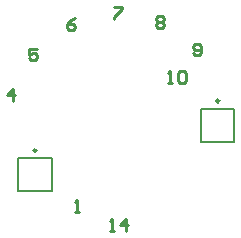
<source format=gto>
G04 Layer_Color=65535*
%FSLAX25Y25*%
%MOIN*%
G70*
G01*
G75*
%ADD12C,0.00984*%
%ADD13C,0.00787*%
%ADD14C,0.01000*%
D12*
X-25295Y-8563D02*
G03*
X-25295Y-8563I-492J0D01*
G01*
X35630Y7972D02*
G03*
X35630Y7972I-492J0D01*
G01*
D13*
X-31299Y-22146D02*
Y-11122D01*
X-31299Y-22146D02*
X-20276D01*
Y-11122D01*
X-31299Y-11122D02*
X-20276D01*
X29626Y-5610D02*
Y5413D01*
X29626Y-5610D02*
X40650D01*
Y5413D01*
X29626Y5413D02*
X40650D01*
D14*
X18602Y14075D02*
X19914D01*
X19258D01*
Y18011D01*
X18602Y17355D01*
X21882D02*
X22538Y18011D01*
X23850D01*
X24506Y17355D01*
Y14731D01*
X23850Y14075D01*
X22538D01*
X21882Y14731D01*
Y17355D01*
X-33072Y7972D02*
Y11908D01*
X-35039Y9940D01*
X-32416D01*
X-12598Y-29134D02*
X-11287D01*
X-11942D01*
Y-25198D01*
X-12598Y-25854D01*
X-787Y-35335D02*
X525D01*
X-131D01*
Y-31399D01*
X-787Y-32055D01*
X4460Y-35335D02*
Y-31399D01*
X2492Y-33367D01*
X5116D01*
X26870Y23786D02*
X27526Y23130D01*
X28838D01*
X29494Y23786D01*
Y26410D01*
X28838Y27066D01*
X27526D01*
X26870Y26410D01*
Y25754D01*
X27526Y25098D01*
X29494D01*
X14567Y35465D02*
X15223Y36121D01*
X16535D01*
X17191Y35465D01*
Y34809D01*
X16535Y34153D01*
X17191Y33497D01*
Y32841D01*
X16535Y32185D01*
X15223D01*
X14567Y32841D01*
Y33497D01*
X15223Y34153D01*
X14567Y34809D01*
Y35465D01*
X15223Y34153D02*
X16535D01*
X492Y39270D02*
X3116D01*
Y38614D01*
X492Y35991D01*
Y35335D01*
X-12534Y35530D02*
X-13846Y34874D01*
X-15157Y33562D01*
Y32250D01*
X-14502Y31594D01*
X-13190D01*
X-12534Y32250D01*
Y32906D01*
X-13190Y33562D01*
X-15157D01*
X-25231Y25392D02*
X-27854D01*
Y23425D01*
X-26542Y24081D01*
X-25886D01*
X-25231Y23425D01*
Y22113D01*
X-25886Y21457D01*
X-27198D01*
X-27854Y22113D01*
M02*

</source>
